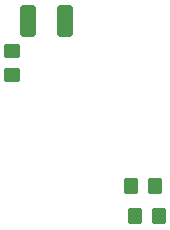
<source format=gbr>
%TF.GenerationSoftware,KiCad,Pcbnew,8.0.9*%
%TF.CreationDate,2025-02-25T22:51:42+01:00*%
%TF.ProjectId,WLED Controller,574c4544-2043-46f6-9e74-726f6c6c6572,rev?*%
%TF.SameCoordinates,Original*%
%TF.FileFunction,Paste,Bot*%
%TF.FilePolarity,Positive*%
%FSLAX46Y46*%
G04 Gerber Fmt 4.6, Leading zero omitted, Abs format (unit mm)*
G04 Created by KiCad (PCBNEW 8.0.9) date 2025-02-25 22:51:42*
%MOMM*%
%LPD*%
G01*
G04 APERTURE LIST*
G04 Aperture macros list*
%AMRoundRect*
0 Rectangle with rounded corners*
0 $1 Rounding radius*
0 $2 $3 $4 $5 $6 $7 $8 $9 X,Y pos of 4 corners*
0 Add a 4 corners polygon primitive as box body*
4,1,4,$2,$3,$4,$5,$6,$7,$8,$9,$2,$3,0*
0 Add four circle primitives for the rounded corners*
1,1,$1+$1,$2,$3*
1,1,$1+$1,$4,$5*
1,1,$1+$1,$6,$7*
1,1,$1+$1,$8,$9*
0 Add four rect primitives between the rounded corners*
20,1,$1+$1,$2,$3,$4,$5,0*
20,1,$1+$1,$4,$5,$6,$7,0*
20,1,$1+$1,$6,$7,$8,$9,0*
20,1,$1+$1,$8,$9,$2,$3,0*%
G04 Aperture macros list end*
%ADD10RoundRect,0.250000X0.450000X-0.350000X0.450000X0.350000X-0.450000X0.350000X-0.450000X-0.350000X0*%
%ADD11RoundRect,0.250000X0.350000X0.450000X-0.350000X0.450000X-0.350000X-0.450000X0.350000X-0.450000X0*%
%ADD12RoundRect,0.250000X0.412500X1.100000X-0.412500X1.100000X-0.412500X-1.100000X0.412500X-1.100000X0*%
%ADD13RoundRect,0.250000X-0.350000X-0.450000X0.350000X-0.450000X0.350000X0.450000X-0.350000X0.450000X0*%
G04 APERTURE END LIST*
D10*
%TO.C,R1*%
X55010000Y-38800000D03*
X55010000Y-36800000D03*
%TD*%
D11*
%TO.C,R8*%
X67405000Y-50800000D03*
X65405000Y-50800000D03*
%TD*%
D12*
%TO.C,C3*%
X59455000Y-34260000D03*
X56330000Y-34260000D03*
%TD*%
D13*
%TO.C,R2*%
X65075000Y-48230000D03*
X67075000Y-48230000D03*
%TD*%
M02*

</source>
